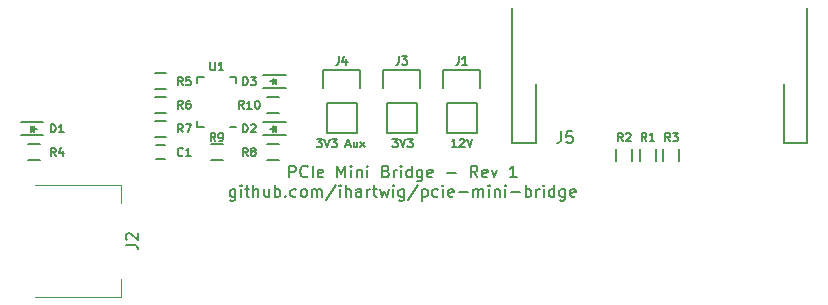
<source format=gto>
G04 #@! TF.FileFunction,Legend,Top*
%FSLAX46Y46*%
G04 Gerber Fmt 4.6, Leading zero omitted, Abs format (unit mm)*
G04 Created by KiCad (PCBNEW 4.0.7) date Thursday, January 18, 2018 'PMt' 01:36:02 PM*
%MOMM*%
%LPD*%
G01*
G04 APERTURE LIST*
%ADD10C,0.100000*%
%ADD11C,0.150000*%
%ADD12C,0.120000*%
G04 APERTURE END LIST*
D10*
D11*
X23880952Y11622619D02*
X23880952Y12622619D01*
X24261905Y12622619D01*
X24357143Y12575000D01*
X24404762Y12527381D01*
X24452381Y12432143D01*
X24452381Y12289286D01*
X24404762Y12194048D01*
X24357143Y12146429D01*
X24261905Y12098810D01*
X23880952Y12098810D01*
X25452381Y11717857D02*
X25404762Y11670238D01*
X25261905Y11622619D01*
X25166667Y11622619D01*
X25023809Y11670238D01*
X24928571Y11765476D01*
X24880952Y11860714D01*
X24833333Y12051190D01*
X24833333Y12194048D01*
X24880952Y12384524D01*
X24928571Y12479762D01*
X25023809Y12575000D01*
X25166667Y12622619D01*
X25261905Y12622619D01*
X25404762Y12575000D01*
X25452381Y12527381D01*
X25880952Y11622619D02*
X25880952Y12622619D01*
X26738095Y11670238D02*
X26642857Y11622619D01*
X26452380Y11622619D01*
X26357142Y11670238D01*
X26309523Y11765476D01*
X26309523Y12146429D01*
X26357142Y12241667D01*
X26452380Y12289286D01*
X26642857Y12289286D01*
X26738095Y12241667D01*
X26785714Y12146429D01*
X26785714Y12051190D01*
X26309523Y11955952D01*
X27976190Y11622619D02*
X27976190Y12622619D01*
X28309524Y11908333D01*
X28642857Y12622619D01*
X28642857Y11622619D01*
X29119047Y11622619D02*
X29119047Y12289286D01*
X29119047Y12622619D02*
X29071428Y12575000D01*
X29119047Y12527381D01*
X29166666Y12575000D01*
X29119047Y12622619D01*
X29119047Y12527381D01*
X29595237Y12289286D02*
X29595237Y11622619D01*
X29595237Y12194048D02*
X29642856Y12241667D01*
X29738094Y12289286D01*
X29880952Y12289286D01*
X29976190Y12241667D01*
X30023809Y12146429D01*
X30023809Y11622619D01*
X30499999Y11622619D02*
X30499999Y12289286D01*
X30499999Y12622619D02*
X30452380Y12575000D01*
X30499999Y12527381D01*
X30547618Y12575000D01*
X30499999Y12622619D01*
X30499999Y12527381D01*
X32071428Y12146429D02*
X32214285Y12098810D01*
X32261904Y12051190D01*
X32309523Y11955952D01*
X32309523Y11813095D01*
X32261904Y11717857D01*
X32214285Y11670238D01*
X32119047Y11622619D01*
X31738094Y11622619D01*
X31738094Y12622619D01*
X32071428Y12622619D01*
X32166666Y12575000D01*
X32214285Y12527381D01*
X32261904Y12432143D01*
X32261904Y12336905D01*
X32214285Y12241667D01*
X32166666Y12194048D01*
X32071428Y12146429D01*
X31738094Y12146429D01*
X32738094Y11622619D02*
X32738094Y12289286D01*
X32738094Y12098810D02*
X32785713Y12194048D01*
X32833332Y12241667D01*
X32928570Y12289286D01*
X33023809Y12289286D01*
X33357142Y11622619D02*
X33357142Y12289286D01*
X33357142Y12622619D02*
X33309523Y12575000D01*
X33357142Y12527381D01*
X33404761Y12575000D01*
X33357142Y12622619D01*
X33357142Y12527381D01*
X34261904Y11622619D02*
X34261904Y12622619D01*
X34261904Y11670238D02*
X34166666Y11622619D01*
X33976189Y11622619D01*
X33880951Y11670238D01*
X33833332Y11717857D01*
X33785713Y11813095D01*
X33785713Y12098810D01*
X33833332Y12194048D01*
X33880951Y12241667D01*
X33976189Y12289286D01*
X34166666Y12289286D01*
X34261904Y12241667D01*
X35166666Y12289286D02*
X35166666Y11479762D01*
X35119047Y11384524D01*
X35071428Y11336905D01*
X34976189Y11289286D01*
X34833332Y11289286D01*
X34738094Y11336905D01*
X35166666Y11670238D02*
X35071428Y11622619D01*
X34880951Y11622619D01*
X34785713Y11670238D01*
X34738094Y11717857D01*
X34690475Y11813095D01*
X34690475Y12098810D01*
X34738094Y12194048D01*
X34785713Y12241667D01*
X34880951Y12289286D01*
X35071428Y12289286D01*
X35166666Y12241667D01*
X36023809Y11670238D02*
X35928571Y11622619D01*
X35738094Y11622619D01*
X35642856Y11670238D01*
X35595237Y11765476D01*
X35595237Y12146429D01*
X35642856Y12241667D01*
X35738094Y12289286D01*
X35928571Y12289286D01*
X36023809Y12241667D01*
X36071428Y12146429D01*
X36071428Y12051190D01*
X35595237Y11955952D01*
X37261904Y12003571D02*
X38023809Y12003571D01*
X39833333Y11622619D02*
X39499999Y12098810D01*
X39261904Y11622619D02*
X39261904Y12622619D01*
X39642857Y12622619D01*
X39738095Y12575000D01*
X39785714Y12527381D01*
X39833333Y12432143D01*
X39833333Y12289286D01*
X39785714Y12194048D01*
X39738095Y12146429D01*
X39642857Y12098810D01*
X39261904Y12098810D01*
X40642857Y11670238D02*
X40547619Y11622619D01*
X40357142Y11622619D01*
X40261904Y11670238D01*
X40214285Y11765476D01*
X40214285Y12146429D01*
X40261904Y12241667D01*
X40357142Y12289286D01*
X40547619Y12289286D01*
X40642857Y12241667D01*
X40690476Y12146429D01*
X40690476Y12051190D01*
X40214285Y11955952D01*
X41023809Y12289286D02*
X41261904Y11622619D01*
X41500000Y12289286D01*
X43166667Y11622619D02*
X42595238Y11622619D01*
X42880952Y11622619D02*
X42880952Y12622619D01*
X42785714Y12479762D01*
X42690476Y12384524D01*
X42595238Y12336905D01*
X19333335Y10639286D02*
X19333335Y9829762D01*
X19285716Y9734524D01*
X19238097Y9686905D01*
X19142858Y9639286D01*
X19000001Y9639286D01*
X18904763Y9686905D01*
X19333335Y10020238D02*
X19238097Y9972619D01*
X19047620Y9972619D01*
X18952382Y10020238D01*
X18904763Y10067857D01*
X18857144Y10163095D01*
X18857144Y10448810D01*
X18904763Y10544048D01*
X18952382Y10591667D01*
X19047620Y10639286D01*
X19238097Y10639286D01*
X19333335Y10591667D01*
X19809525Y9972619D02*
X19809525Y10639286D01*
X19809525Y10972619D02*
X19761906Y10925000D01*
X19809525Y10877381D01*
X19857144Y10925000D01*
X19809525Y10972619D01*
X19809525Y10877381D01*
X20142858Y10639286D02*
X20523810Y10639286D01*
X20285715Y10972619D02*
X20285715Y10115476D01*
X20333334Y10020238D01*
X20428572Y9972619D01*
X20523810Y9972619D01*
X20857144Y9972619D02*
X20857144Y10972619D01*
X21285716Y9972619D02*
X21285716Y10496429D01*
X21238097Y10591667D01*
X21142859Y10639286D01*
X21000001Y10639286D01*
X20904763Y10591667D01*
X20857144Y10544048D01*
X22190478Y10639286D02*
X22190478Y9972619D01*
X21761906Y10639286D02*
X21761906Y10115476D01*
X21809525Y10020238D01*
X21904763Y9972619D01*
X22047621Y9972619D01*
X22142859Y10020238D01*
X22190478Y10067857D01*
X22666668Y9972619D02*
X22666668Y10972619D01*
X22666668Y10591667D02*
X22761906Y10639286D01*
X22952383Y10639286D01*
X23047621Y10591667D01*
X23095240Y10544048D01*
X23142859Y10448810D01*
X23142859Y10163095D01*
X23095240Y10067857D01*
X23047621Y10020238D01*
X22952383Y9972619D01*
X22761906Y9972619D01*
X22666668Y10020238D01*
X23571430Y10067857D02*
X23619049Y10020238D01*
X23571430Y9972619D01*
X23523811Y10020238D01*
X23571430Y10067857D01*
X23571430Y9972619D01*
X24476192Y10020238D02*
X24380954Y9972619D01*
X24190477Y9972619D01*
X24095239Y10020238D01*
X24047620Y10067857D01*
X24000001Y10163095D01*
X24000001Y10448810D01*
X24047620Y10544048D01*
X24095239Y10591667D01*
X24190477Y10639286D01*
X24380954Y10639286D01*
X24476192Y10591667D01*
X25047620Y9972619D02*
X24952382Y10020238D01*
X24904763Y10067857D01*
X24857144Y10163095D01*
X24857144Y10448810D01*
X24904763Y10544048D01*
X24952382Y10591667D01*
X25047620Y10639286D01*
X25190478Y10639286D01*
X25285716Y10591667D01*
X25333335Y10544048D01*
X25380954Y10448810D01*
X25380954Y10163095D01*
X25333335Y10067857D01*
X25285716Y10020238D01*
X25190478Y9972619D01*
X25047620Y9972619D01*
X25809525Y9972619D02*
X25809525Y10639286D01*
X25809525Y10544048D02*
X25857144Y10591667D01*
X25952382Y10639286D01*
X26095240Y10639286D01*
X26190478Y10591667D01*
X26238097Y10496429D01*
X26238097Y9972619D01*
X26238097Y10496429D02*
X26285716Y10591667D01*
X26380954Y10639286D01*
X26523811Y10639286D01*
X26619049Y10591667D01*
X26666668Y10496429D01*
X26666668Y9972619D01*
X27857144Y11020238D02*
X27000001Y9734524D01*
X28190477Y9972619D02*
X28190477Y10639286D01*
X28190477Y10972619D02*
X28142858Y10925000D01*
X28190477Y10877381D01*
X28238096Y10925000D01*
X28190477Y10972619D01*
X28190477Y10877381D01*
X28666667Y9972619D02*
X28666667Y10972619D01*
X29095239Y9972619D02*
X29095239Y10496429D01*
X29047620Y10591667D01*
X28952382Y10639286D01*
X28809524Y10639286D01*
X28714286Y10591667D01*
X28666667Y10544048D01*
X30000001Y9972619D02*
X30000001Y10496429D01*
X29952382Y10591667D01*
X29857144Y10639286D01*
X29666667Y10639286D01*
X29571429Y10591667D01*
X30000001Y10020238D02*
X29904763Y9972619D01*
X29666667Y9972619D01*
X29571429Y10020238D01*
X29523810Y10115476D01*
X29523810Y10210714D01*
X29571429Y10305952D01*
X29666667Y10353571D01*
X29904763Y10353571D01*
X30000001Y10401190D01*
X30476191Y9972619D02*
X30476191Y10639286D01*
X30476191Y10448810D02*
X30523810Y10544048D01*
X30571429Y10591667D01*
X30666667Y10639286D01*
X30761906Y10639286D01*
X30952382Y10639286D02*
X31333334Y10639286D01*
X31095239Y10972619D02*
X31095239Y10115476D01*
X31142858Y10020238D01*
X31238096Y9972619D01*
X31333334Y9972619D01*
X31571430Y10639286D02*
X31761906Y9972619D01*
X31952383Y10448810D01*
X32142859Y9972619D01*
X32333335Y10639286D01*
X32714287Y9972619D02*
X32714287Y10639286D01*
X32714287Y10972619D02*
X32666668Y10925000D01*
X32714287Y10877381D01*
X32761906Y10925000D01*
X32714287Y10972619D01*
X32714287Y10877381D01*
X33619049Y10639286D02*
X33619049Y9829762D01*
X33571430Y9734524D01*
X33523811Y9686905D01*
X33428572Y9639286D01*
X33285715Y9639286D01*
X33190477Y9686905D01*
X33619049Y10020238D02*
X33523811Y9972619D01*
X33333334Y9972619D01*
X33238096Y10020238D01*
X33190477Y10067857D01*
X33142858Y10163095D01*
X33142858Y10448810D01*
X33190477Y10544048D01*
X33238096Y10591667D01*
X33333334Y10639286D01*
X33523811Y10639286D01*
X33619049Y10591667D01*
X34809525Y11020238D02*
X33952382Y9734524D01*
X35142858Y10639286D02*
X35142858Y9639286D01*
X35142858Y10591667D02*
X35238096Y10639286D01*
X35428573Y10639286D01*
X35523811Y10591667D01*
X35571430Y10544048D01*
X35619049Y10448810D01*
X35619049Y10163095D01*
X35571430Y10067857D01*
X35523811Y10020238D01*
X35428573Y9972619D01*
X35238096Y9972619D01*
X35142858Y10020238D01*
X36476192Y10020238D02*
X36380954Y9972619D01*
X36190477Y9972619D01*
X36095239Y10020238D01*
X36047620Y10067857D01*
X36000001Y10163095D01*
X36000001Y10448810D01*
X36047620Y10544048D01*
X36095239Y10591667D01*
X36190477Y10639286D01*
X36380954Y10639286D01*
X36476192Y10591667D01*
X36904763Y9972619D02*
X36904763Y10639286D01*
X36904763Y10972619D02*
X36857144Y10925000D01*
X36904763Y10877381D01*
X36952382Y10925000D01*
X36904763Y10972619D01*
X36904763Y10877381D01*
X37761906Y10020238D02*
X37666668Y9972619D01*
X37476191Y9972619D01*
X37380953Y10020238D01*
X37333334Y10115476D01*
X37333334Y10496429D01*
X37380953Y10591667D01*
X37476191Y10639286D01*
X37666668Y10639286D01*
X37761906Y10591667D01*
X37809525Y10496429D01*
X37809525Y10401190D01*
X37333334Y10305952D01*
X38238096Y10353571D02*
X39000001Y10353571D01*
X39476191Y9972619D02*
X39476191Y10639286D01*
X39476191Y10544048D02*
X39523810Y10591667D01*
X39619048Y10639286D01*
X39761906Y10639286D01*
X39857144Y10591667D01*
X39904763Y10496429D01*
X39904763Y9972619D01*
X39904763Y10496429D02*
X39952382Y10591667D01*
X40047620Y10639286D01*
X40190477Y10639286D01*
X40285715Y10591667D01*
X40333334Y10496429D01*
X40333334Y9972619D01*
X40809524Y9972619D02*
X40809524Y10639286D01*
X40809524Y10972619D02*
X40761905Y10925000D01*
X40809524Y10877381D01*
X40857143Y10925000D01*
X40809524Y10972619D01*
X40809524Y10877381D01*
X41285714Y10639286D02*
X41285714Y9972619D01*
X41285714Y10544048D02*
X41333333Y10591667D01*
X41428571Y10639286D01*
X41571429Y10639286D01*
X41666667Y10591667D01*
X41714286Y10496429D01*
X41714286Y9972619D01*
X42190476Y9972619D02*
X42190476Y10639286D01*
X42190476Y10972619D02*
X42142857Y10925000D01*
X42190476Y10877381D01*
X42238095Y10925000D01*
X42190476Y10972619D01*
X42190476Y10877381D01*
X42666666Y10353571D02*
X43428571Y10353571D01*
X43904761Y9972619D02*
X43904761Y10972619D01*
X43904761Y10591667D02*
X43999999Y10639286D01*
X44190476Y10639286D01*
X44285714Y10591667D01*
X44333333Y10544048D01*
X44380952Y10448810D01*
X44380952Y10163095D01*
X44333333Y10067857D01*
X44285714Y10020238D01*
X44190476Y9972619D01*
X43999999Y9972619D01*
X43904761Y10020238D01*
X44809523Y9972619D02*
X44809523Y10639286D01*
X44809523Y10448810D02*
X44857142Y10544048D01*
X44904761Y10591667D01*
X44999999Y10639286D01*
X45095238Y10639286D01*
X45428571Y9972619D02*
X45428571Y10639286D01*
X45428571Y10972619D02*
X45380952Y10925000D01*
X45428571Y10877381D01*
X45476190Y10925000D01*
X45428571Y10972619D01*
X45428571Y10877381D01*
X46333333Y9972619D02*
X46333333Y10972619D01*
X46333333Y10020238D02*
X46238095Y9972619D01*
X46047618Y9972619D01*
X45952380Y10020238D01*
X45904761Y10067857D01*
X45857142Y10163095D01*
X45857142Y10448810D01*
X45904761Y10544048D01*
X45952380Y10591667D01*
X46047618Y10639286D01*
X46238095Y10639286D01*
X46333333Y10591667D01*
X47238095Y10639286D02*
X47238095Y9829762D01*
X47190476Y9734524D01*
X47142857Y9686905D01*
X47047618Y9639286D01*
X46904761Y9639286D01*
X46809523Y9686905D01*
X47238095Y10020238D02*
X47142857Y9972619D01*
X46952380Y9972619D01*
X46857142Y10020238D01*
X46809523Y10067857D01*
X46761904Y10163095D01*
X46761904Y10448810D01*
X46809523Y10544048D01*
X46857142Y10591667D01*
X46952380Y10639286D01*
X47142857Y10639286D01*
X47238095Y10591667D01*
X48095238Y10020238D02*
X48000000Y9972619D01*
X47809523Y9972619D01*
X47714285Y10020238D01*
X47666666Y10115476D01*
X47666666Y10496429D01*
X47714285Y10591667D01*
X47809523Y10639286D01*
X48000000Y10639286D01*
X48095238Y10591667D01*
X48142857Y10496429D01*
X48142857Y10401190D01*
X47666666Y10305952D01*
X26216667Y14883333D02*
X26650000Y14883333D01*
X26416667Y14616667D01*
X26516667Y14616667D01*
X26583334Y14583333D01*
X26616667Y14550000D01*
X26650000Y14483333D01*
X26650000Y14316667D01*
X26616667Y14250000D01*
X26583334Y14216667D01*
X26516667Y14183333D01*
X26316667Y14183333D01*
X26250000Y14216667D01*
X26216667Y14250000D01*
X26850001Y14883333D02*
X27083334Y14183333D01*
X27316667Y14883333D01*
X27483334Y14883333D02*
X27916667Y14883333D01*
X27683334Y14616667D01*
X27783334Y14616667D01*
X27850001Y14583333D01*
X27883334Y14550000D01*
X27916667Y14483333D01*
X27916667Y14316667D01*
X27883334Y14250000D01*
X27850001Y14216667D01*
X27783334Y14183333D01*
X27583334Y14183333D01*
X27516667Y14216667D01*
X27483334Y14250000D01*
X28716667Y14383333D02*
X29050001Y14383333D01*
X28650001Y14183333D02*
X28883334Y14883333D01*
X29116667Y14183333D01*
X29650001Y14650000D02*
X29650001Y14183333D01*
X29350001Y14650000D02*
X29350001Y14283333D01*
X29383334Y14216667D01*
X29450001Y14183333D01*
X29550001Y14183333D01*
X29616667Y14216667D01*
X29650001Y14250000D01*
X29916667Y14183333D02*
X30283334Y14650000D01*
X29916667Y14650000D02*
X30283334Y14183333D01*
X32633333Y14883333D02*
X33066666Y14883333D01*
X32833333Y14616667D01*
X32933333Y14616667D01*
X33000000Y14583333D01*
X33033333Y14550000D01*
X33066666Y14483333D01*
X33066666Y14316667D01*
X33033333Y14250000D01*
X33000000Y14216667D01*
X32933333Y14183333D01*
X32733333Y14183333D01*
X32666666Y14216667D01*
X32633333Y14250000D01*
X33266667Y14883333D02*
X33500000Y14183333D01*
X33733333Y14883333D01*
X33900000Y14883333D02*
X34333333Y14883333D01*
X34100000Y14616667D01*
X34200000Y14616667D01*
X34266667Y14583333D01*
X34300000Y14550000D01*
X34333333Y14483333D01*
X34333333Y14316667D01*
X34300000Y14250000D01*
X34266667Y14216667D01*
X34200000Y14183333D01*
X34000000Y14183333D01*
X33933333Y14216667D01*
X33900000Y14250000D01*
X38066666Y14183333D02*
X37666666Y14183333D01*
X37866666Y14183333D02*
X37866666Y14883333D01*
X37800000Y14783333D01*
X37733333Y14716667D01*
X37666666Y14683333D01*
X38333333Y14816667D02*
X38366667Y14850000D01*
X38433333Y14883333D01*
X38600000Y14883333D01*
X38666667Y14850000D01*
X38700000Y14816667D01*
X38733333Y14750000D01*
X38733333Y14683333D01*
X38700000Y14583333D01*
X38300000Y14183333D01*
X38733333Y14183333D01*
X38933334Y14883333D02*
X39166667Y14183333D01*
X39400000Y14883333D01*
X13350000Y13150000D02*
X12650000Y13150000D01*
X12650000Y14350000D02*
X13350000Y14350000D01*
X1150000Y15200000D02*
X3050000Y15200000D01*
X1150000Y16300000D02*
X3050000Y16300000D01*
X2050000Y15750000D02*
X2500000Y15750000D01*
X2000000Y16000000D02*
X2000000Y15500000D01*
X2000000Y15750000D02*
X2250000Y16000000D01*
X2250000Y16000000D02*
X2250000Y15500000D01*
X2250000Y15500000D02*
X2000000Y15750000D01*
X23600000Y16300000D02*
X21700000Y16300000D01*
X23600000Y15200000D02*
X21700000Y15200000D01*
X22700000Y15750000D02*
X22250000Y15750000D01*
X22750000Y15500000D02*
X22750000Y16000000D01*
X22750000Y15750000D02*
X22500000Y15500000D01*
X22500000Y15500000D02*
X22500000Y16000000D01*
X22500000Y16000000D02*
X22750000Y15750000D01*
X23600000Y20300000D02*
X21700000Y20300000D01*
X23600000Y19200000D02*
X21700000Y19200000D01*
X22700000Y19750000D02*
X22250000Y19750000D01*
X22750000Y19500000D02*
X22750000Y20000000D01*
X22750000Y19750000D02*
X22500000Y19500000D01*
X22500000Y19500000D02*
X22500000Y20000000D01*
X22500000Y20000000D02*
X22750000Y19750000D01*
X39760000Y17890000D02*
X39760000Y15350000D01*
X40040000Y20710000D02*
X40040000Y19160000D01*
X39760000Y17890000D02*
X37220000Y17890000D01*
X36940000Y19160000D02*
X36940000Y20710000D01*
X36940000Y20710000D02*
X40040000Y20710000D01*
X37220000Y17890000D02*
X37220000Y15350000D01*
X37220000Y15350000D02*
X39760000Y15350000D01*
X34680000Y17890000D02*
X34680000Y15350000D01*
X34960000Y20710000D02*
X34960000Y19160000D01*
X34680000Y17890000D02*
X32140000Y17890000D01*
X31860000Y19160000D02*
X31860000Y20710000D01*
X31860000Y20710000D02*
X34960000Y20710000D01*
X32140000Y17890000D02*
X32140000Y15350000D01*
X32140000Y15350000D02*
X34680000Y15350000D01*
X29600000Y17890000D02*
X29600000Y15350000D01*
X29880000Y20710000D02*
X29880000Y19160000D01*
X29600000Y17890000D02*
X27060000Y17890000D01*
X26780000Y19160000D02*
X26780000Y20710000D01*
X26780000Y20710000D02*
X29880000Y20710000D01*
X27060000Y17890000D02*
X27060000Y15350000D01*
X27060000Y15350000D02*
X29600000Y15350000D01*
X53575000Y13000000D02*
X53575000Y14000000D01*
X54925000Y14000000D02*
X54925000Y13000000D01*
X52925000Y14000000D02*
X52925000Y13000000D01*
X51575000Y13000000D02*
X51575000Y14000000D01*
X55575000Y13000000D02*
X55575000Y14000000D01*
X56925000Y14000000D02*
X56925000Y13000000D01*
X2750000Y13075000D02*
X1750000Y13075000D01*
X1750000Y14425000D02*
X2750000Y14425000D01*
X13500000Y19075000D02*
X12500000Y19075000D01*
X12500000Y20425000D02*
X13500000Y20425000D01*
X12500000Y18425000D02*
X13500000Y18425000D01*
X13500000Y17075000D02*
X12500000Y17075000D01*
X12500000Y16425000D02*
X13500000Y16425000D01*
X13500000Y15075000D02*
X12500000Y15075000D01*
X22000000Y14425000D02*
X23000000Y14425000D01*
X23000000Y13075000D02*
X22000000Y13075000D01*
X17250000Y14425000D02*
X18250000Y14425000D01*
X18250000Y13075000D02*
X17250000Y13075000D01*
X22000000Y18425000D02*
X23000000Y18425000D01*
X23000000Y17075000D02*
X22000000Y17075000D01*
X16125000Y15875000D02*
X16125000Y16400000D01*
X19375000Y20125000D02*
X19375000Y19600000D01*
X16125000Y20125000D02*
X16125000Y19600000D01*
X19375000Y15875000D02*
X18850000Y15875000D01*
X19375000Y20125000D02*
X18850000Y20125000D01*
X16125000Y20125000D02*
X16650000Y20125000D01*
X16125000Y15875000D02*
X16650000Y15875000D01*
D12*
X9620000Y3000000D02*
X9620000Y1500000D01*
X9620000Y1500000D02*
X2360000Y1500000D01*
X9620000Y11000000D02*
X2360000Y11000000D01*
X9620000Y11000000D02*
X9620000Y9500000D01*
D11*
X44750000Y14500000D02*
X44750000Y19500000D01*
X42750000Y14500000D02*
X44750000Y14500000D01*
X42750000Y14500000D02*
X42750000Y26000000D01*
X65750000Y14500000D02*
X65750000Y19500000D01*
X67750000Y14500000D02*
X65750000Y14500000D01*
X67750000Y14500000D02*
X67750000Y26000000D01*
X14883334Y13500000D02*
X14850000Y13466667D01*
X14750000Y13433333D01*
X14683334Y13433333D01*
X14583334Y13466667D01*
X14516667Y13533333D01*
X14483334Y13600000D01*
X14450000Y13733333D01*
X14450000Y13833333D01*
X14483334Y13966667D01*
X14516667Y14033333D01*
X14583334Y14100000D01*
X14683334Y14133333D01*
X14750000Y14133333D01*
X14850000Y14100000D01*
X14883334Y14066667D01*
X15550000Y13433333D02*
X15150000Y13433333D01*
X15350000Y13433333D02*
X15350000Y14133333D01*
X15283334Y14033333D01*
X15216667Y13966667D01*
X15150000Y13933333D01*
X3733334Y15433333D02*
X3733334Y16133333D01*
X3900000Y16133333D01*
X4000000Y16100000D01*
X4066667Y16033333D01*
X4100000Y15966667D01*
X4133334Y15833333D01*
X4133334Y15733333D01*
X4100000Y15600000D01*
X4066667Y15533333D01*
X4000000Y15466667D01*
X3900000Y15433333D01*
X3733334Y15433333D01*
X4800000Y15433333D02*
X4400000Y15433333D01*
X4600000Y15433333D02*
X4600000Y16133333D01*
X4533334Y16033333D01*
X4466667Y15966667D01*
X4400000Y15933333D01*
X19983334Y15433333D02*
X19983334Y16133333D01*
X20150000Y16133333D01*
X20250000Y16100000D01*
X20316667Y16033333D01*
X20350000Y15966667D01*
X20383334Y15833333D01*
X20383334Y15733333D01*
X20350000Y15600000D01*
X20316667Y15533333D01*
X20250000Y15466667D01*
X20150000Y15433333D01*
X19983334Y15433333D01*
X20650000Y16066667D02*
X20683334Y16100000D01*
X20750000Y16133333D01*
X20916667Y16133333D01*
X20983334Y16100000D01*
X21016667Y16066667D01*
X21050000Y16000000D01*
X21050000Y15933333D01*
X21016667Y15833333D01*
X20616667Y15433333D01*
X21050000Y15433333D01*
X19983334Y19433333D02*
X19983334Y20133333D01*
X20150000Y20133333D01*
X20250000Y20100000D01*
X20316667Y20033333D01*
X20350000Y19966667D01*
X20383334Y19833333D01*
X20383334Y19733333D01*
X20350000Y19600000D01*
X20316667Y19533333D01*
X20250000Y19466667D01*
X20150000Y19433333D01*
X19983334Y19433333D01*
X20616667Y20133333D02*
X21050000Y20133333D01*
X20816667Y19866667D01*
X20916667Y19866667D01*
X20983334Y19833333D01*
X21016667Y19800000D01*
X21050000Y19733333D01*
X21050000Y19566667D01*
X21016667Y19500000D01*
X20983334Y19466667D01*
X20916667Y19433333D01*
X20716667Y19433333D01*
X20650000Y19466667D01*
X20616667Y19500000D01*
X38256667Y21883333D02*
X38256667Y21383333D01*
X38223333Y21283333D01*
X38156667Y21216667D01*
X38056667Y21183333D01*
X37990000Y21183333D01*
X38956666Y21183333D02*
X38556666Y21183333D01*
X38756666Y21183333D02*
X38756666Y21883333D01*
X38690000Y21783333D01*
X38623333Y21716667D01*
X38556666Y21683333D01*
X33176667Y21883333D02*
X33176667Y21383333D01*
X33143333Y21283333D01*
X33076667Y21216667D01*
X32976667Y21183333D01*
X32910000Y21183333D01*
X33443333Y21883333D02*
X33876666Y21883333D01*
X33643333Y21616667D01*
X33743333Y21616667D01*
X33810000Y21583333D01*
X33843333Y21550000D01*
X33876666Y21483333D01*
X33876666Y21316667D01*
X33843333Y21250000D01*
X33810000Y21216667D01*
X33743333Y21183333D01*
X33543333Y21183333D01*
X33476666Y21216667D01*
X33443333Y21250000D01*
X28096667Y21883333D02*
X28096667Y21383333D01*
X28063333Y21283333D01*
X27996667Y21216667D01*
X27896667Y21183333D01*
X27830000Y21183333D01*
X28730000Y21650000D02*
X28730000Y21183333D01*
X28563333Y21916667D02*
X28396666Y21416667D01*
X28830000Y21416667D01*
X54133334Y14683333D02*
X53900000Y15016667D01*
X53733334Y14683333D02*
X53733334Y15383333D01*
X54000000Y15383333D01*
X54066667Y15350000D01*
X54100000Y15316667D01*
X54133334Y15250000D01*
X54133334Y15150000D01*
X54100000Y15083333D01*
X54066667Y15050000D01*
X54000000Y15016667D01*
X53733334Y15016667D01*
X54800000Y14683333D02*
X54400000Y14683333D01*
X54600000Y14683333D02*
X54600000Y15383333D01*
X54533334Y15283333D01*
X54466667Y15216667D01*
X54400000Y15183333D01*
X52133334Y14683333D02*
X51900000Y15016667D01*
X51733334Y14683333D02*
X51733334Y15383333D01*
X52000000Y15383333D01*
X52066667Y15350000D01*
X52100000Y15316667D01*
X52133334Y15250000D01*
X52133334Y15150000D01*
X52100000Y15083333D01*
X52066667Y15050000D01*
X52000000Y15016667D01*
X51733334Y15016667D01*
X52400000Y15316667D02*
X52433334Y15350000D01*
X52500000Y15383333D01*
X52666667Y15383333D01*
X52733334Y15350000D01*
X52766667Y15316667D01*
X52800000Y15250000D01*
X52800000Y15183333D01*
X52766667Y15083333D01*
X52366667Y14683333D01*
X52800000Y14683333D01*
X56133334Y14683333D02*
X55900000Y15016667D01*
X55733334Y14683333D02*
X55733334Y15383333D01*
X56000000Y15383333D01*
X56066667Y15350000D01*
X56100000Y15316667D01*
X56133334Y15250000D01*
X56133334Y15150000D01*
X56100000Y15083333D01*
X56066667Y15050000D01*
X56000000Y15016667D01*
X55733334Y15016667D01*
X56366667Y15383333D02*
X56800000Y15383333D01*
X56566667Y15116667D01*
X56666667Y15116667D01*
X56733334Y15083333D01*
X56766667Y15050000D01*
X56800000Y14983333D01*
X56800000Y14816667D01*
X56766667Y14750000D01*
X56733334Y14716667D01*
X56666667Y14683333D01*
X56466667Y14683333D01*
X56400000Y14716667D01*
X56366667Y14750000D01*
X4133334Y13433333D02*
X3900000Y13766667D01*
X3733334Y13433333D02*
X3733334Y14133333D01*
X4000000Y14133333D01*
X4066667Y14100000D01*
X4100000Y14066667D01*
X4133334Y14000000D01*
X4133334Y13900000D01*
X4100000Y13833333D01*
X4066667Y13800000D01*
X4000000Y13766667D01*
X3733334Y13766667D01*
X4733334Y13900000D02*
X4733334Y13433333D01*
X4566667Y14166667D02*
X4400000Y13666667D01*
X4833334Y13666667D01*
X14883334Y19433333D02*
X14650000Y19766667D01*
X14483334Y19433333D02*
X14483334Y20133333D01*
X14750000Y20133333D01*
X14816667Y20100000D01*
X14850000Y20066667D01*
X14883334Y20000000D01*
X14883334Y19900000D01*
X14850000Y19833333D01*
X14816667Y19800000D01*
X14750000Y19766667D01*
X14483334Y19766667D01*
X15516667Y20133333D02*
X15183334Y20133333D01*
X15150000Y19800000D01*
X15183334Y19833333D01*
X15250000Y19866667D01*
X15416667Y19866667D01*
X15483334Y19833333D01*
X15516667Y19800000D01*
X15550000Y19733333D01*
X15550000Y19566667D01*
X15516667Y19500000D01*
X15483334Y19466667D01*
X15416667Y19433333D01*
X15250000Y19433333D01*
X15183334Y19466667D01*
X15150000Y19500000D01*
X14883334Y17433333D02*
X14650000Y17766667D01*
X14483334Y17433333D02*
X14483334Y18133333D01*
X14750000Y18133333D01*
X14816667Y18100000D01*
X14850000Y18066667D01*
X14883334Y18000000D01*
X14883334Y17900000D01*
X14850000Y17833333D01*
X14816667Y17800000D01*
X14750000Y17766667D01*
X14483334Y17766667D01*
X15483334Y18133333D02*
X15350000Y18133333D01*
X15283334Y18100000D01*
X15250000Y18066667D01*
X15183334Y17966667D01*
X15150000Y17833333D01*
X15150000Y17566667D01*
X15183334Y17500000D01*
X15216667Y17466667D01*
X15283334Y17433333D01*
X15416667Y17433333D01*
X15483334Y17466667D01*
X15516667Y17500000D01*
X15550000Y17566667D01*
X15550000Y17733333D01*
X15516667Y17800000D01*
X15483334Y17833333D01*
X15416667Y17866667D01*
X15283334Y17866667D01*
X15216667Y17833333D01*
X15183334Y17800000D01*
X15150000Y17733333D01*
X14883334Y15433333D02*
X14650000Y15766667D01*
X14483334Y15433333D02*
X14483334Y16133333D01*
X14750000Y16133333D01*
X14816667Y16100000D01*
X14850000Y16066667D01*
X14883334Y16000000D01*
X14883334Y15900000D01*
X14850000Y15833333D01*
X14816667Y15800000D01*
X14750000Y15766667D01*
X14483334Y15766667D01*
X15116667Y16133333D02*
X15583334Y16133333D01*
X15283334Y15433333D01*
X20383334Y13433333D02*
X20150000Y13766667D01*
X19983334Y13433333D02*
X19983334Y14133333D01*
X20250000Y14133333D01*
X20316667Y14100000D01*
X20350000Y14066667D01*
X20383334Y14000000D01*
X20383334Y13900000D01*
X20350000Y13833333D01*
X20316667Y13800000D01*
X20250000Y13766667D01*
X19983334Y13766667D01*
X20783334Y13833333D02*
X20716667Y13866667D01*
X20683334Y13900000D01*
X20650000Y13966667D01*
X20650000Y14000000D01*
X20683334Y14066667D01*
X20716667Y14100000D01*
X20783334Y14133333D01*
X20916667Y14133333D01*
X20983334Y14100000D01*
X21016667Y14066667D01*
X21050000Y14000000D01*
X21050000Y13966667D01*
X21016667Y13900000D01*
X20983334Y13866667D01*
X20916667Y13833333D01*
X20783334Y13833333D01*
X20716667Y13800000D01*
X20683334Y13766667D01*
X20650000Y13700000D01*
X20650000Y13566667D01*
X20683334Y13500000D01*
X20716667Y13466667D01*
X20783334Y13433333D01*
X20916667Y13433333D01*
X20983334Y13466667D01*
X21016667Y13500000D01*
X21050000Y13566667D01*
X21050000Y13700000D01*
X21016667Y13766667D01*
X20983334Y13800000D01*
X20916667Y13833333D01*
X17633334Y14683333D02*
X17400000Y15016667D01*
X17233334Y14683333D02*
X17233334Y15383333D01*
X17500000Y15383333D01*
X17566667Y15350000D01*
X17600000Y15316667D01*
X17633334Y15250000D01*
X17633334Y15150000D01*
X17600000Y15083333D01*
X17566667Y15050000D01*
X17500000Y15016667D01*
X17233334Y15016667D01*
X17966667Y14683333D02*
X18100000Y14683333D01*
X18166667Y14716667D01*
X18200000Y14750000D01*
X18266667Y14850000D01*
X18300000Y14983333D01*
X18300000Y15250000D01*
X18266667Y15316667D01*
X18233334Y15350000D01*
X18166667Y15383333D01*
X18033334Y15383333D01*
X17966667Y15350000D01*
X17933334Y15316667D01*
X17900000Y15250000D01*
X17900000Y15083333D01*
X17933334Y15016667D01*
X17966667Y14983333D01*
X18033334Y14950000D01*
X18166667Y14950000D01*
X18233334Y14983333D01*
X18266667Y15016667D01*
X18300000Y15083333D01*
X20050000Y17433333D02*
X19816666Y17766667D01*
X19650000Y17433333D02*
X19650000Y18133333D01*
X19916666Y18133333D01*
X19983333Y18100000D01*
X20016666Y18066667D01*
X20050000Y18000000D01*
X20050000Y17900000D01*
X20016666Y17833333D01*
X19983333Y17800000D01*
X19916666Y17766667D01*
X19650000Y17766667D01*
X20716666Y17433333D02*
X20316666Y17433333D01*
X20516666Y17433333D02*
X20516666Y18133333D01*
X20450000Y18033333D01*
X20383333Y17966667D01*
X20316666Y17933333D01*
X21150000Y18133333D02*
X21216667Y18133333D01*
X21283333Y18100000D01*
X21316667Y18066667D01*
X21350000Y18000000D01*
X21383333Y17866667D01*
X21383333Y17700000D01*
X21350000Y17566667D01*
X21316667Y17500000D01*
X21283333Y17466667D01*
X21216667Y17433333D01*
X21150000Y17433333D01*
X21083333Y17466667D01*
X21050000Y17500000D01*
X21016667Y17566667D01*
X20983333Y17700000D01*
X20983333Y17866667D01*
X21016667Y18000000D01*
X21050000Y18066667D01*
X21083333Y18100000D01*
X21150000Y18133333D01*
X17216667Y21383333D02*
X17216667Y20816667D01*
X17250000Y20750000D01*
X17283333Y20716667D01*
X17350000Y20683333D01*
X17483333Y20683333D01*
X17550000Y20716667D01*
X17583333Y20750000D01*
X17616667Y20816667D01*
X17616667Y21383333D01*
X18316666Y20683333D02*
X17916666Y20683333D01*
X18116666Y20683333D02*
X18116666Y21383333D01*
X18050000Y21283333D01*
X17983333Y21216667D01*
X17916666Y21183333D01*
X10062381Y5916667D02*
X10776667Y5916667D01*
X10919524Y5869047D01*
X11014762Y5773809D01*
X11062381Y5630952D01*
X11062381Y5535714D01*
X10157619Y6345238D02*
X10110000Y6392857D01*
X10062381Y6488095D01*
X10062381Y6726191D01*
X10110000Y6821429D01*
X10157619Y6869048D01*
X10252857Y6916667D01*
X10348095Y6916667D01*
X10490952Y6869048D01*
X11062381Y6297619D01*
X11062381Y6916667D01*
X46916667Y15547619D02*
X46916667Y14833333D01*
X46869047Y14690476D01*
X46773809Y14595238D01*
X46630952Y14547619D01*
X46535714Y14547619D01*
X47869048Y15547619D02*
X47392857Y15547619D01*
X47345238Y15071429D01*
X47392857Y15119048D01*
X47488095Y15166667D01*
X47726191Y15166667D01*
X47821429Y15119048D01*
X47869048Y15071429D01*
X47916667Y14976190D01*
X47916667Y14738095D01*
X47869048Y14642857D01*
X47821429Y14595238D01*
X47726191Y14547619D01*
X47488095Y14547619D01*
X47392857Y14595238D01*
X47345238Y14642857D01*
M02*

</source>
